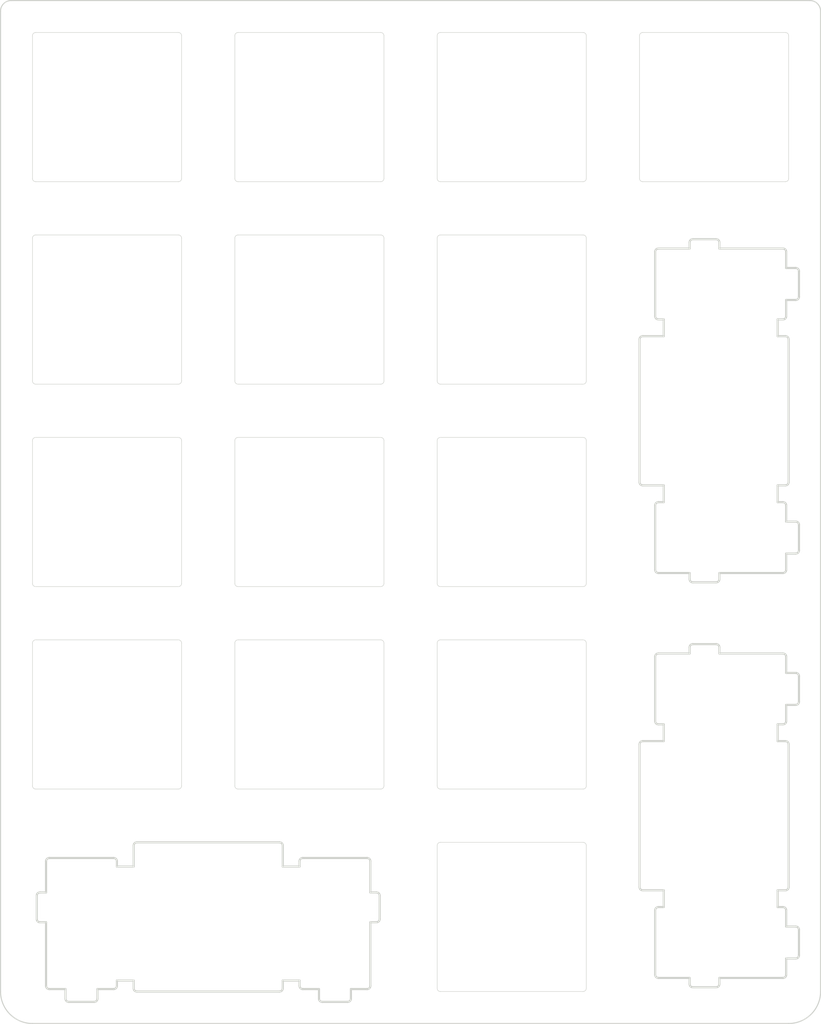
<source format=kicad_pcb>
(kicad_pcb (version 20221018) (generator pcbnew)
  (layers (0 "F.Cu" signal) (31 "B.Cu" signal) (34 "B.Paste" user) (35 "F.Paste" user) (36 "B.SilkS" user "B.Silkscreen") (37 "F.SilkS" user "F.Silkscreen") (38 "B.Mask" user) (39 "F.Mask" user) (44 "Edge.Cuts" user))
  (net 0 "")
  (footprint "Ultramarine-2:MX_TopPlate" (layer "F.Cu") (at 129 117)
    (fp_text reference "H13" hide)
    (fp_text value "Switch Hole" hide)
    (fp_line (start -7 6.7) (end -7 -6.7) (stroke (width 0.05)) (layer "Edge.Cuts"))
    (fp_line (start -6.7 -7) (end 6.7 -7) (stroke (width 0.05)) (layer "Edge.Cuts"))
    (fp_line (start 6.7 7) (end -6.7 7) (stroke (width 0.05)) (layer "Edge.Cuts"))
    (fp_line (start 7 -6.7) (end 7 6.7) (stroke (width 0.05)) (layer "Edge.Cuts"))
    (fp_arc (start -7 -6.7) (mid -6.912132 -6.912132) (end -6.7 -7) (stroke (width 0.05)) (layer "Edge.Cuts"))
    (fp_arc (start -6.7 7) (mid -6.912132 6.912132) (end -7 6.7) (stroke (width 0.05)) (layer "Edge.Cuts"))
    (fp_arc (start 6.7 -7) (mid 6.912132 -6.912132) (end 7 -6.7) (stroke (width 0.05)) (layer "Edge.Cuts"))
    (fp_arc (start 7 6.7) (mid 6.912132 6.912132) (end 6.7 7) (stroke (width 0.05)) (layer "Edge.Cuts"))
  )
  (footprint "Ultramarine-2:MX_TopPlate" (layer "F.Cu") (at 129 60)
    (fp_text reference "H2" hide)
    (fp_text value "Switch Hole" hide)
    (fp_line (start -7 6.7) (end -7 -6.7) (stroke (width 0.05)) (layer "Edge.Cuts"))
    (fp_line (start -6.7 -7) (end 6.7 -7) (stroke (width 0.05)) (layer "Edge.Cuts"))
    (fp_line (start 6.7 7) (end -6.7 7) (stroke (width 0.05)) (layer "Edge.Cuts"))
    (fp_line (start 7 -6.7) (end 7 6.7) (stroke (width 0.05)) (layer "Edge.Cuts"))
    (fp_arc (start -7 -6.7) (mid -6.912132 -6.912132) (end -6.7 -7) (stroke (width 0.05)) (layer "Edge.Cuts"))
    (fp_arc (start -6.7 7) (mid -6.912132 6.912132) (end -7 6.7) (stroke (width 0.05)) (layer "Edge.Cuts"))
    (fp_arc (start 6.7 -7) (mid 6.912132 -6.912132) (end 7 -6.7) (stroke (width 0.05)) (layer "Edge.Cuts"))
    (fp_arc (start 7 6.7) (mid 6.912132 6.912132) (end 6.7 7) (stroke (width 0.05)) (layer "Edge.Cuts"))
  )
  (footprint "Ultramarine-2:MX_TopPlate" (layer "F.Cu") (at 148 60)
    (fp_text reference "H3" hide)
    (fp_text value "Switch Hole" hide)
    (fp_line (start -7 6.7) (end -7 -6.7) (stroke (width 0.05)) (layer "Edge.Cuts"))
    (fp_line (start -6.7 -7) (end 6.7 -7) (stroke (width 0.05)) (layer "Edge.Cuts"))
    (fp_line (start 6.7 7) (end -6.7 7) (stroke (width 0.05)) (layer "Edge.Cuts"))
    (fp_line (start 7 -6.7) (end 7 6.7) (stroke (width 0.05)) (layer "Edge.Cuts"))
    (fp_arc (start -7 -6.7) (mid -6.912132 -6.912132) (end -6.7 -7) (stroke (width 0.05)) (layer "Edge.Cuts"))
    (fp_arc (start -6.7 7) (mid -6.912132 6.912132) (end -7 6.7) (stroke (width 0.05)) (layer "Edge.Cuts"))
    (fp_arc (start 6.7 -7) (mid 6.912132 -6.912132) (end 7 -6.7) (stroke (width 0.05)) (layer "Edge.Cuts"))
    (fp_arc (start 7 6.7) (mid 6.912132 6.912132) (end 6.7 7) (stroke (width 0.05)) (layer "Edge.Cuts"))
  )
  (footprint "Ultramarine-2:MX TopPlate_2u" (layer "F.Cu") (at 167 88.5 90)
    (fp_text reference "H8" hide)
    (fp_text value "Switch Hole" hide)
    (fp_line (start -16.1 0.2) (end -16.1 -2) (stroke (width 0.2)) (layer "Edge.Cuts"))
    (fp_line (start -15.8 -2.3) (end -15.225 -2.3) (stroke (width 0.2)) (layer "Edge.Cuts"))
    (fp_line (start -15.225 -2.3) (end -15.225 -5.23) (stroke (width 0.2)) (layer "Edge.Cuts"))
    (fp_line (start -15.225 0.5) (end -15.8 0.5) (stroke (width 0.2)) (layer "Edge.Cuts"))
    (fp_line (start -15.225 6.47) (end -15.225 0.5) (stroke (width 0.2)) (layer "Edge.Cuts"))
    (fp_line (start -14.925 -5.53) (end -8.875 -5.53) (stroke (width 0.2)) (layer "Edge.Cuts"))
    (fp_line (start -13.4 6.77) (end -14.925 6.77) (stroke (width 0.2)) (layer "Edge.Cuts"))
    (fp_line (start -13.4 7.67) (end -13.4 6.77) (stroke (width 0.2)) (layer "Edge.Cuts"))
    (fp_line (start -10.7 7.97) (end -13.1 7.97) (stroke (width 0.2)) (layer "Edge.Cuts"))
    (fp_line (start -10.4 6.77) (end -10.4 7.67) (stroke (width 0.2)) (layer "Edge.Cuts"))
    (fp_line (start -8.875 6.77) (end -10.4 6.77) (stroke (width 0.2)) (layer "Edge.Cuts"))
    (fp_line (start -8.575 -5.23) (end -8.575 -4.73) (stroke (width 0.2)) (layer "Edge.Cuts"))
    (fp_line (start -8.575 -4.73) (end -7 -4.73) (stroke (width 0.2)) (layer "Edge.Cuts"))
    (fp_line (start -8.575 5.97) (end -8.575 6.47) (stroke (width 0.2)) (layer "Edge.Cuts"))
    (fp_line (start -7 -4.73) (end -7 -6.7) (stroke (width 0.2)) (layer "Edge.Cuts"))
    (fp_line (start -7 5.97) (end -8.575 5.97) (stroke (width 0.2)) (layer "Edge.Cuts"))
    (fp_line (start -7 6.7) (end -7 5.97) (stroke (width 0.2)) (layer "Edge.Cuts"))
    (fp_line (start -6.7 -7) (end 6.7 -7) (stroke (width 0.2)) (layer "Edge.Cuts"))
    (fp_line (start 6.7 7) (end -6.7 7) (stroke (width 0.2)) (layer "Edge.Cuts"))
    (fp_line (start 7 -6.7) (end 7 -4.73) (stroke (width 0.2)) (layer "Edge.Cuts"))
    (fp_line (start 7 -4.73) (end 8.575 -4.73) (stroke (width 0.2)) (layer "Edge.Cuts"))
    (fp_line (start 7 5.97) (end 7 6.7) (stroke (width 0.2)) (layer "Edge.Cuts"))
    (fp_line (start 8.575 -4.73) (end 8.575 -5.23) (stroke (width 0.2)) (layer "Edge.Cuts"))
    (fp_line (start 8.575 5.97) (end 7 5.97) (stroke (width 0.2)) (layer "Edge.Cuts"))
    (fp_line (start 8.575 6.47) (end 8.575 5.97) (stroke (width 0.2)) (layer "Edge.Cuts"))
    (fp_line (start 8.875 -5.53) (end 14.925 -5.53) (stroke (width 0.2)) (layer "Edge.Cuts"))
    (fp_line (start 10.4 6.77) (end 8.875 6.77) (stroke (width 0.2)) (layer "Edge.Cuts"))
    (fp_line (start 10.4 7.67) (end 10.4 6.77) (stroke (width 0.2)) (layer "Edge.Cuts"))
    (fp_line (start 13.1 7.97) (end 10.7 7.97) (stroke (width 0.2)) (layer "Edge.Cuts"))
    (fp_line (start 13.4 6.77) (end 13.4 7.67) (stroke (width 0.2)) (layer "Edge.Cuts"))
    (fp_line (start 14.925 6.77) (end 13.4 6.77) (stroke (width 0.2)) (layer "Edge.Cuts"))
    (fp_line (start 15.225 -5.23) (end 15.225 -2.3) (stroke (width 0.2)) (layer "Edge.Cuts"))
    (fp_line (start 15.225 -2.3) (end 15.8 -2.3) (stroke (width 0.2)) (layer "Edge.Cuts"))
    (fp_line (start 15.225 0.5) (end 15.225 6.47) (stroke (width 0.2)) (layer "Edge.Cuts"))
    (fp_line (start 15.8 0.5) (end 15.225 0.5) (stroke (width 0.2)) (layer "Edge.Cuts"))
    (fp_line (start 16.1 -2) (end 16.1 0.2) (stroke (width 0.2)) (layer "Edge.Cuts"))
    (fp_arc (start -16.1 -2) (mid -16.012132 -2.212132) (end -15.8 -2.3) (stroke (width 0.2)) (layer "Edge.Cuts"))
    (fp_arc (start -15.8 0.5) (mid -16.012132 0.412132) (end -16.1 0.2) (stroke (width 0.2)) (layer "Edge.Cuts"))
    (fp_arc (start -15.225 -5.23) (mid -15.137132 -5.442132) (end -14.925 -5.53) (stroke (width 0.2)) (layer "Edge.Cuts"))
    (fp_arc (start -14.925 6.77) (mid -15.137132 6.682132) (end -15.225 6.47) (stroke (width 0.2)) (layer "Edge.Cuts"))
    (fp_arc (start -13.1 7.97) (mid -13.312132 7.882132) (end -13.4 7.67) (stroke (width 0.2)) (layer "Edge.Cuts"))
    (fp_arc (start -10.4 7.67) (mid -10.487868 7.882132) (end -10.7 7.97) (stroke (width 0.2)) (layer "Edge.Cuts"))
    (fp_arc (start -8.875 -5.53) (mid -8.662868 -5.442132) (end -8.575 -5.23) (stroke (width 0.2)) (layer "Edge.Cuts"))
    (fp_arc (start -8.575 6.47) (mid -8.662868 6.682132) (end -8.875 6.77) (stroke (width 0.2)) (layer "Edge.Cuts"))
    (fp_arc (start -7 -6.7) (mid -6.912132 -6.912132) (end -6.7 -7) (stroke (width 0.2)) (layer "Edge.Cuts"))
    (fp_arc (start -6.7 7) (mid -6.912132 6.912132) (end -7 6.7) (stroke (width 0.2)) (layer "Edge.Cuts"))
    (fp_arc (start 6.7 -7) (mid 6.912132 -6.912132) (end 7 -6.7) (stroke (width 0.2)) (layer "Edge.Cuts"))
    (fp_arc (start 7 6.7) (mid 6.912132 6.912132) (end 6.7 7) (stroke (width 0.2)) (layer "Edge.Cuts"))
    (fp_arc (start 8.575 -5.23) (mid 8.662868 -5.442132) (end 8.875 -5.53) (stroke (width 0.2)) (layer "Edge.Cuts"))
    (fp_arc (start 8.875 6.77) (mid 8.662868 6.682132) (end 8.575 6.47) (stroke (width 0.2)) (layer "Edge.Cuts"))
    (fp_arc (start 10.7 7.97) (mid 10.487868 7.882132) (end 10.4 7.67) (stroke (width 0.2)) (layer "Edge.Cuts"))
    (fp_arc (start 13.4 7.67) (mid 13.312132 7.882132) (end 13.1 7.97) (stroke (width 0.2)) (layer "Edge.Cuts"))
    (fp_arc (start 14.925 -5.53) (mid 15.137132 -5.442132) (end 15.225 -5.23) (stroke (width 0.2)) (layer "Edge.Cuts"))
    (fp_arc (start 15.225 6.47) (mid 15.137132 6.682132) (end 14.925 6.77) (stroke (width 0.2)) (layer "Edge.Cuts"))
    (fp_arc (start 15.8 -2.3) (mid 16.012132 -2.212132) (end 16.1 -2) (stroke (width 0.2)) (layer "Edge.Cuts"))
    (fp_arc (start 16.1 0.2) (mid 16.012132 0.412132) (end 15.8 0.5) (stroke (width 0.2)) (layer "Edge.Cuts"))
  )
  (footprint "Ultramarine-2:MX TopPlate_2u" (layer "F.Cu") (at 119.5 136)
    (fp_text reference "H16" hide)
    (fp_text value "Switch Hole" hide)
    (fp_line (start -16.1 0.2) (end -16.1 -2) (stroke (width 0.2)) (layer "Edge.Cuts"))
    (fp_line (start -15.8 -2.3) (end -15.225 -2.3) (stroke (width 0.2)) (layer "Edge.Cuts"))
    (fp_line (start -15.225 -2.3) (end -15.225 -5.23) (stroke (width 0.2)) (layer "Edge.Cuts"))
    (fp_line (start -15.225 0.5) (end -15.8 0.5) (stroke (width 0.2)) (layer "Edge.Cuts"))
    (fp_line (start -15.225 6.47) (end -15.225 0.5) (stroke (width 0.2)) (layer "Edge.Cuts"))
    (fp_line (start -14.925 -5.53) (end -8.875 -5.53) (stroke (width 0.2)) (layer "Edge.Cuts"))
    (fp_line (start -13.4 6.77) (end -14.925 6.77) (stroke (width 0.2)) (layer "Edge.Cuts"))
    (fp_line (start -13.4 7.67) (end -13.4 6.77) (stroke (width 0.2)) (layer "Edge.Cuts"))
    (fp_line (start -10.7 7.97) (end -13.1 7.97) (stroke (width 0.2)) (layer "Edge.Cuts"))
    (fp_line (start -10.4 6.77) (end -10.4 7.67) (stroke (width 0.2)) (layer "Edge.Cuts"))
    (fp_line (start -8.875 6.77) (end -10.4 6.77) (stroke (width 0.2)) (layer "Edge.Cuts"))
    (fp_line (start -8.575 -5.23) (end -8.575 -4.73) (stroke (width 0.2)) (layer "Edge.Cuts"))
    (fp_line (start -8.575 -4.73) (end -7 -4.73) (stroke (width 0.2)) (layer "Edge.Cuts"))
    (fp_line (start -8.575 5.97) (end -8.575 6.47) (stroke (width 0.2)) (layer "Edge.Cuts"))
    (fp_line (start -7 -4.73) (end -7 -6.7) (stroke (width 0.2)) (layer "Edge.Cuts"))
    (fp_line (start -7 5.97) (end -8.575 5.97) (stroke (width 0.2)) (layer "Edge.Cuts"))
    (fp_line (start -7 6.7) (end -7 5.97) (stroke (width 0.2)) (layer "Edge.Cuts"))
    (fp_line (start -6.7 -7) (end 6.7 -7) (stroke (width 0.2)) (layer "Edge.Cuts"))
    (fp_line (start 6.7 7) (end -6.7 7) (stroke (width 0.2)) (layer "Edge.Cuts"))
    (fp_line (start 7 -6.7) (end 7 -4.73) (stroke (width 0.2)) (layer "Edge.Cuts"))
    (fp_line (start 7 -4.73) (end 8.575 -4.73) (stroke (width 0.2)) (layer "Edge.Cuts"))
    (fp_line (start 7 5.97) (end 7 6.7) (stroke (width 0.2)) (layer "Edge.Cuts"))
    (fp_line (start 8.575 -4.73) (end 8.575 -5.23) (stroke (width 0.2)) (layer "Edge.Cuts"))
    (fp_line (start 8.575 5.97) (end 7 5.97) (stroke (width 0.2)) (layer "Edge.Cuts"))
    (fp_line (start 8.575 6.47) (end 8.575 5.97) (stroke (width 0.2)) (layer "Edge.Cuts"))
    (fp_line (start 8.875 -5.53) (end 14.925 -5.53) (stroke (width 0.2)) (layer "Edge.Cuts"))
    (fp_line (start 10.4 6.77) (end 8.875 6.77) (stroke (width 0.2)) (layer "Edge.Cuts"))
    (fp_line (start 10.4 7.67) (end 10.4 6.77) (stroke (width 0.2)) (layer "Edge.Cuts"))
    (fp_line (start 13.1 7.97) (end 10.7 7.97) (stroke (width 0.2)) (layer "Edge.Cuts"))
    (fp_line (start 13.4 6.77) (end 13.4 7.67) (stroke (width 0.2)) (layer "Edge.Cuts"))
    (fp_line (start 14.925 6.77) (end 13.4 6.77) (stroke (width 0.2)) (layer "Edge.Cuts"))
    (fp_line (start 15.225 -5.23) (end 15.225 -2.3) (stroke (width 0.2)) (layer "Edge.Cuts"))
    (fp_line (start 15.225 -2.3) (end 15.8 -2.3) (stroke (width 0.2)) (layer "Edge.Cuts"))
    (fp_line (start 15.225 0.5) (end 15.225 6.47) (stroke (width 0.2)) (layer "Edge.Cuts"))
    (fp_line (start 15.8 0.5) (end 15.225 0.5) (stroke (width 0.2)) (layer "Edge.Cuts"))
    (fp_line (start 16.1 -2) (end 16.1 0.2) (stroke (width 0.2)) (layer "Edge.Cuts"))
    (fp_arc (start -16.1 -2) (mid -16.012132 -2.212132) (end -15.8 -2.3) (stroke (width 0.2)) (layer "Edge.Cuts"))
    (fp_arc (start -15.8 0.5) (mid -16.012132 0.412132) (end -16.1 0.2) (stroke (width 0.2)) (layer "Edge.Cuts"))
    (fp_arc (start -15.225 -5.23) (mid -15.137132 -5.442132) (end -14.925 -5.53) (stroke (width 0.2)) (layer "Edge.Cuts"))
    (fp_arc (start -14.925 6.77) (mid -15.137132 6.682132) (end -15.225 6.47) (stroke (width 0.2)) (layer "Edge.Cuts"))
    (fp_arc (start -13.1 7.97) (mid -13.312132 7.882132) (end -13.4 7.67) (stroke (width 0.2)) (layer "Edge.Cuts"))
    (fp_arc (start -10.4 7.67) (mid -10.487868 7.882132) (end -10.7 7.97) (stroke (width 0.2)) (layer "Edge.Cuts"))
    (fp_arc (start -8.875 -5.53) (mid -8.662868 -5.442132) (end -8.575 -5.23) (stroke (width 0.2)) (layer "Edge.Cuts"))
    (fp_arc (start -8.575 6.47) (mid -8.662868 6.682132) (end -8.875 6.77) (stroke (width 0.2)) (layer "Edge.Cuts"))
    (fp_arc (start -7 -6.7) (mid -6.912132 -6.912132) (end -6.7 -7) (stroke (width 0.2)) (layer "Edge.Cuts"))
    (fp_arc (start -6.7 7) (mid -6.912132 6.912132) (end -7 6.7) (stroke (width 0.2)) (layer "Edge.Cuts"))
    (fp_arc (start 6.7 -7) (mid 6.912132 -6.912132) (end 7 -6.7) (stroke (width 0.2)) (layer "Edge.Cuts"))
    (fp_arc (start 7 6.7) (mid 6.912132 6.912132) (end 6.7 7) (stroke (width 0.2)) (layer "Edge.Cuts"))
    (fp_arc (start 8.575 -5.23) (mid 8.662868 -5.442132) (end 8.875 -5.53) (stroke (width 0.2)) (layer "Edge.Cuts"))
    (fp_arc (start 8.875 6.77) (mid 8.662868 6.682132) (end 8.575 6.47) (stroke (width 0.2)) (layer "Edge.Cuts"))
    (fp_arc (start 10.7 7.97) (mid 10.487868 7.882132) (end 10.4 7.67) (stroke (width 0.2)) (layer "Edge.Cuts"))
    (fp_arc (start 13.4 7.67) (mid 13.312132 7.882132) (end 13.1 7.97) (stroke (width 0.2)) (layer "Edge.Cuts"))
    (fp_arc (start 14.925 -5.53) (mid 15.137132 -5.442132) (end 15.225 -5.23) (stroke (width 0.2)) (layer "Edge.Cuts"))
    (fp_arc (start 15.225 6.47) (mid 15.137132 6.682132) (end 14.925 6.77) (stroke (width 0.2)) (layer "Edge.Cuts"))
    (fp_arc (start 15.8 -2.3) (mid 16.012132 -2.212132) (end 16.1 -2) (stroke (width 0.2)) (layer "Edge.Cuts"))
    (fp_arc (start 16.1 0.2) (mid 16.012132 0.412132) (end 15.8 0.5) (stroke (width 0.2)) (layer "Edge.Cuts"))
  )
  (footprint "Ultramarine-2:MX_TopPlate" (layer "F.Cu") (at 148 136)
    (fp_text reference "H17" hide)
    (fp_text value "Switch Hole" hide)
    (fp_line (start -7 6.7) (end -7 -6.7) (stroke (width 0.05)) (layer "Edge.Cuts"))
    (fp_line (start -6.7 -7) (end 6.7 -7) (stroke (width 0.05)) (layer "Edge.Cuts"))
    (fp_line (start 6.7 7) (end -6.7 7) (stroke (width 0.05)) (layer "Edge.Cuts"))
    (fp_line (start 7 -6.7) (end 7 6.7) (stroke (width 0.05)) (layer "Edge.Cuts"))
    (fp_arc (start -7 -6.7) (mid -6.912132 -6.912132) (end -6.7 -7) (stroke (width 0.05)) (layer "Edge.Cuts"))
    (fp_arc (start -6.7 7) (mid -6.912132 6.912132) (end -7 6.7) (stroke (width 0.05)) (layer "Edge.Cuts"))
    (fp_arc (start 6.7 -7) (mid 6.912132 -6.912132) (end 7 -6.7) (stroke (width 0.05)) (layer "Edge.Cuts"))
    (fp_arc (start 7 6.7) (mid 6.912132 6.912132) (end 6.7 7) (stroke (width 0.05)) (layer "Edge.Cuts"))
  )
  (footprint "MountingHole:MountingHole_2.2mm_M2" (layer "F.Cu") (at 119.5 107.5)
    (fp_text reference "H20" hide)
    (fp_text value "MountingHole" hide)
    (pad "" np_thru_hole circle (at 0 0) (size 2.2 2.2) (drill 2.2) (layers "*.Cu" "*.Mask"))
  )
  (footprint "MountingHole:MountingHole_2.2mm_M2" (layer "F.Cu") (at 119.5 69.5)
    (fp_text reference "H18" hide)
    (fp_text value "MountingHole" hide)
    (pad "" np_thru_hole circle (at 0 0) (size 2.2 2.2) (drill 2.2) (layers "*.Cu" "*.Mask"))
  )
  (footprint "Ultramarine-2:MX_TopPlate" (layer "F.Cu") (at 110 60)
    (fp_text reference "H1" hide)
    (fp_text value "Switch Hole" hide)
    (fp_line (start -7 6.7) (end -7 -6.7) (stroke (width 0.05)) (layer "Edge.Cuts"))
    (fp_line (start -6.7 -7) (end 6.7 -7) (stroke (width 0.05)) (layer "Edge.Cuts"))
    (fp_line (start 6.7 7) (end -6.7 7) (stroke (width 0.05)) (layer "Edge.Cuts"))
    (fp_line (start 7 -6.7) (end 7 6.7) (stroke (width 0.05)) (layer "Edge.Cuts"))
    (fp_arc (start -7 -6.7) (mid -6.912132 -6.912132) (end -6.7 -7) (stroke (width 0.05)) (layer "Edge.Cuts"))
    (fp_arc (start -6.7 7) (mid -6.912132 6.912132) (end -7 6.7) (stroke (width 0.05)) (layer "Edge.Cuts"))
    (fp_arc (start 6.7 -7) (mid 6.912132 -6.912132) (end 7 -6.7) (stroke (width 0.05)) (layer "Edge.Cuts"))
    (fp_arc (start 7 6.7) (mid 6.912132 6.912132) (end 6.7 7) (stroke (width 0.05)) (layer "Edge.Cuts"))
  )
  (footprint "Ultramarine-2:MX_TopPlate" (layer "F.Cu") (at 110 79)
    (fp_text reference "H5" hide)
    (fp_text value "Switch Hole" hide)
    (fp_line (start -7 6.7) (end -7 -6.7) (stroke (width 0.05)) (layer "Edge.Cuts"))
    (fp_line (start -6.7 -7) (end 6.7 -7) (stroke (width 0.05)) (layer "Edge.Cuts"))
    (fp_line (start 6.7 7) (end -6.7 7) (stroke (width 0.05)) (layer "Edge.Cuts"))
    (fp_line (start 7 -6.7) (end 7 6.7) (stroke (width 0.05)) (layer "Edge.Cuts"))
    (fp_arc (start -7 -6.7) (mid -6.912132 -6.912132) (end -6.7 -7) (stroke (width 0.05)) (layer "Edge.Cuts"))
    (fp_arc (start -6.7 7) (mid -6.912132 6.912132) (end -7 6.7) (stroke (width 0.05)) (layer "Edge.Cuts"))
    (fp_arc (start 6.7 -7) (mid 6.912132 -6.912132) (end 7 -6.7) (stroke (width 0.05)) (layer "Edge.Cuts"))
    (fp_arc (start 7 6.7) (mid 6.912132 6.912132) (end 6.7 7) (stroke (width 0.05)) (layer "Edge.Cuts"))
  )
  (footprint "Ultramarine-2:MX_TopPlate" (layer "F.Cu") (at 110 117)
    (fp_text reference "H12" hide)
    (fp_text value "Switch Hole" hide)
    (fp_line (start -7 6.7) (end -7 -6.7) (stroke (width 0.05)) (layer "Edge.Cuts"))
    (fp_line (start -6.7 -7) (end 6.7 -7) (stroke (width 0.05)) (layer "Edge.Cuts"))
    (fp_line (start 6.7 7) (end -6.7 7) (stroke (width 0.05)) (layer "Edge.Cuts"))
    (fp_line (start 7 -6.7) (end 7 6.7) (stroke (width 0.05)) (layer "Edge.Cuts"))
    (fp_arc (start -7 -6.7) (mid -6.912132 -6.912132) (end -6.7 -7) (stroke (width 0.05)) (layer "Edge.Cuts"))
    (fp_arc (start -6.7 7) (mid -6.912132 6.912132) (end -7 6.7) (stroke (width 0.05)) (layer "Edge.Cuts"))
    (fp_arc (start 6.7 -7) (mid 6.912132 -6.912132) (end 7 -6.7) (stroke (width 0.05)) (layer "Edge.Cuts"))
    (fp_arc (start 7 6.7) (mid 6.912132 6.912132) (end 6.7 7) (stroke (width 0.05)) (layer "Edge.Cuts"))
  )
  (footprint "Ultramarine-2:MX_TopPlate" (layer "F.Cu") (at 148 79)
    (fp_text reference "H7" hide)
    (fp_text value "Switch Hole" hide)
    (fp_line (start -7 6.7) (end -7 -6.7) (stroke (width 0.05)) (layer "Edge.Cuts"))
    (fp_line (start -6.7 -7) (end 6.7 -7) (stroke (width 0.05)) (layer "Edge.Cuts"))
    (fp_line (start 6.7 7) (end -6.7 7) (stroke (width 0.05)) (layer "Edge.Cuts"))
    (fp_line (start 7 -6.7) (end 7 6.7) (stroke (width 0.05)) (layer "Edge.Cuts"))
    (fp_arc (start -7 -6.7) (mid -6.912132 -6.912132) (end -6.7 -7) (stroke (width 0.05)) (layer "Edge.Cuts"))
    (fp_arc (start -6.7 7) (mid -6.912132 6.912132) (end -7 6.7) (stroke (width 0.05)) (layer "Edge.Cuts"))
    (fp_arc (start 6.7 -7) (mid 6.912132 -6.912132) (end 7 -6.7) (stroke (width 0.05)) (layer "Edge.Cuts"))
    (fp_arc (start 7 6.7) (mid 6.912132 6.912132) (end 6.7 7) (stroke (width 0.05)) (layer "Edge.Cuts"))
  )
  (footprint "Ultramarine-2:MX TopPlate_2u" (layer "F.Cu") (at 167 126.5 90)
    (fp_text reference "H15" hide)
    (fp_text value "Switch Hole" hide)
    (fp_line (start -16.1 0.2) (end -16.1 -2) (stroke (width 0.2)) (layer "Edge.Cuts"))
    (fp_line (start -15.8 -2.3) (end -15.225 -2.3) (stroke (width 0.2)) (layer "Edge.Cuts"))
    (fp_line (start -15.225 -2.3) (end -15.225 -5.23) (stroke (width 0.2)) (layer "Edge.Cuts"))
    (fp_line (start -15.225 0.5) (end -15.8 0.5) (stroke (width 0.2)) (layer "Edge.Cuts"))
    (fp_line (start -15.225 6.47) (end -15.225 0.5) (stroke (width 0.2)) (layer "Edge.Cuts"))
    (fp_line (start -14.925 -5.53) (end -8.875 -5.53) (stroke (width 0.2)) (layer "Edge.Cuts"))
    (fp_line (start -13.4 6.77) (end -14.925 6.77) (stroke (width 0.2)) (layer "Edge.Cuts"))
    (fp_line (start -13.4 7.67) (end -13.4 6.77) (stroke (width 0.2)) (layer "Edge.Cuts"))
    (fp_line (start -10.7 7.97) (end -13.1 7.97) (stroke (width 0.2)) (layer "Edge.Cuts"))
    (fp_line (start -10.4 6.77) (end -10.4 7.67) (stroke (width 0.2)) (layer "Edge.Cuts"))
    (fp_line (start -8.875 6.77) (end -10.4 6.77) (stroke (width 0.2)) (layer "Edge.Cuts"))
    (fp_line (start -8.575 -5.23) (end -8.575 -4.73) (stroke (width 0.2)) (layer "Edge.Cuts"))
    (fp_line (start -8.575 -4.73) (end -7 -4.73) (stroke (width 0.2)) (layer "Edge.Cuts"))
    (fp_line (start -8.575 5.97) (end -8.575 6.47) (stroke (width 0.2)) (layer "Edge.Cuts"))
    (fp_line (start -7 -4.73) (end -7 -6.7) (stroke (width 0.2)) (layer "Edge.Cuts"))
    (fp_line (start -7 5.97) (end -8.575 5.97) (stroke (width 0.2)) (layer "Edge.Cuts"))
    (fp_line (start -7 6.7) (end -7 5.97) (stroke (width 0.2)) (layer "Edge.Cuts"))
    (fp_line (start -6.7 -7) (end 6.7 -7) (stroke (width 0.2)) (layer "Edge.Cuts"))
    (fp_line (start 6.7 7) (end -6.7 7) (stroke (width 0.2)) (layer "Edge.Cuts"))
    (fp_line (start 7 -6.7) (end 7 -4.73) (stroke (width 0.2)) (layer "Edge.Cuts"))
    (fp_line (start 7 -4.73) (end 8.575 -4.73) (stroke (width 0.2)) (layer "Edge.Cuts"))
    (fp_line (start 7 5.97) (end 7 6.7) (stroke (width 0.2)) (layer "Edge.Cuts"))
    (fp_line (start 8.575 -4.73) (end 8.575 -5.23) (stroke (width 0.2)) (layer "Edge.Cuts"))
    (fp_line (start 8.575 5.97) (end 7 5.97) (stroke (width 0.2)) (layer "Edge.Cuts"))
    (fp_line (start 8.575 6.47) (end 8.575 5.97) (stroke (width 0.2)) (layer "Edge.Cuts"))
    (fp_line (start 8.875 -5.53) (end 14.925 -5.53) (stroke (width 0.2)) (layer "Edge.Cuts"))
    (fp_line (start 10.4 6.77) (end 8.875 6.77) (stroke (width 0.2)) (layer "Edge.Cuts"))
    (fp_line (start 10.4 7.67) (end 10.4 6.77) (stroke (width 0.2)) (layer "Edge.Cuts"))
    (fp_line (start 13.1 7.97) (end 10.7 7.97) (stroke (width 0.2)) (layer "Edge.Cuts"))
    (fp_line (start 13.4 6.77) (end 13.4 7.67) (stroke (width 0.2)) (layer "Edge.Cuts"))
    (fp_line (start 14.925 6.77) (end 13.4 6.77) (stroke (width 0.2)) (layer "Edge.Cuts"))
    (fp_line (start 15.225 -5.23) (end 15.225 -2.3) (stroke (width 0.2)) (layer "Edge.Cuts"))
    (fp_line (start 15.225 -2.3) (end 15.8 -2.3) (stroke (width 0.2)) (layer "Edge.Cuts"))
    (fp_line (start 15.225 0.5) (end 15.225 6.47) (stroke (width 0.2)) (layer "Edge.Cuts"))
    (fp_line (start 15.8 0.5) (end 15.225 0.5) (stroke (width 0.2)) (layer "Edge.Cuts"))
    (fp_line (start 16.1 -2) (end 16.1 0.2) (stroke (width 0.2)) (layer "Edge.Cuts"))
    (fp_arc (start -16.1 -2) (mid -16.012132 -2.212132) (end -15.8 -2.3) (stroke (width 0.2)) (layer "Edge.Cuts"))
    (fp_arc (start -15.8 0.5) (mid -16.012132 0.412132) (end -16.1 0.2) (stroke (width 0.2)) (layer "Edge.Cuts"))
    (fp_arc (start -15.225 -5.23) (mid -15.137132 -5.442132) (end -14.925 -5.53) (stroke (width 0.2)) (layer "Edge.Cuts"))
    (fp_arc (start -14.925 6.77) (mid -15.137132 6.682132) (end -15.225 6.47) (stroke (width 0.2)) (layer "Edge.Cuts"))
    (fp_arc (start -13.1 7.97) (mid -13.312132 7.882132) (end -13.4 7.67) (stroke (width 0.2)) (layer "Edge.Cuts"))
    (fp_arc (start -10.4 7.67) (mid -10.487868 7.882132) (end -10.7 7.97) (stroke (width 0.2)) (layer "Edge.Cuts"))
    (fp_arc (start -8.875 -5.53) (mid -8.662868 -5.442132) (end -8.575 -5.23) (stroke (width 0.2)) (layer "Edge.Cuts"))
    (fp_arc (start -8.575 6.47) (mid -8.662868 6.682132) (end -8.875 6.77) (stroke (width 0.2)) (layer "Edge.Cuts"))
    (fp_arc (start -7 -6.7) (mid -6.912132 -6.912132) (end -6.7 -7) (stroke (width 0.2)) (layer "Edge.Cuts"))
    (fp_arc (start -6.7 7) (mid -6.912132 6.912132) (end -7 6.7) (stroke (width 0.2)) (layer "Edge.Cuts"))
    (fp_arc (start 6.7 -7) (mid 6.912132 -6.912132) (end 7 -6.7) (stroke (width 0.2)) (layer "Edge.Cuts"))
    (fp_arc (start 7 6.7) (mid 6.912132 6.912132) (end 6.7 7) (stroke (width 0.2)) (layer "Edge.Cuts"))
    (fp_arc (start 8.575 -5.23) (mid 8.662868 -5.442132) (end 8.875 -5.53) (stroke (width 0.2)) (layer "Edge.Cuts"))
    (fp_arc (start 8.875 6.77) (mid 8.662868 6.682132) (end 8.575 6.47) (stroke (width 0.2)) (layer "Edge.Cuts"))
    (fp_arc (start 10.7 7.97) (mid 10.487868 7.882132) (end 10.4 7.67) (stroke (width 0.2)) (layer "Edge.Cuts"))
    (fp_arc (start 13.4 7.67) (mid 13.312132 7.882132) (end 13.1 7.97) (stroke (width 0.2)) (layer "Edge.Cuts"))
    (fp_arc (start 14.925 -5.53) (mid 15.137132 -5.442132) (end 15.225 -5.23) (stroke (width 0.2)) (layer "Edge.Cuts"))
    (fp_arc (start 15.225 6.47) (mid 15.137132 6.682132) (end 14.925 6.77) (stroke (width 0.2)) (layer "Edge.Cuts"))
    (fp_arc (start 15.8 -2.3) (mid 16.012132 -2.212132) (end 16.1 -2) (stroke (width 0.2)) (layer "Edge.Cuts"))
    (fp_arc (start 16.1 0.2) (mid 16.012132 0.412132) (end 15.8 0.5) (stroke (width 0.2)) (layer "Edge.Cuts"))
  )
  (footprint "Ultramarine-2:MX_TopPlate" (layer "F.Cu") (at 148 117)
    (fp_text reference "H14" hide)
    (fp_text value "Switch Hole" hide)
    (fp_line (start -7 6.7) (end -7 -6.7) (stroke (width 0.05)) (layer "Edge.Cuts"))
    (fp_line (start -6.7 -7) (end 6.7 -7) (stroke (width 0.05)) (layer "Edge.Cuts"))
    (fp_line (start 6.7 7) (end -6.7 7) (stroke (width 0.05)) (layer "Edge.Cuts"))
    (fp_line (start 7 -6.7) (end 7 6.7) (stroke (width 0.05)) (layer "Edge.Cuts"))
    (fp_arc (start -7 -6.7) (mid -6.912132 -6.912132) (end -6.7 -7) (stroke (width 0.05)) (layer "Edge.Cuts"))
    (fp_arc (start -6.7 7) (mid -6.912132 6.912132) (end -7 6.7) (stroke (width 0.05)) (layer "Edge.Cuts"))
    (fp_arc (start 6.7 -7) (mid 6.912132 -6.912132) (end 7 -6.7) (stroke (width 0.05)) (layer "Edge.Cuts"))
    (fp_arc (start 7 6.7) (mid 6.912132 6.912132) (end 6.7 7) (stroke (width 0.05)) (layer "Edge.Cuts"))
  )
  (footprint "Ultramarine-2:MX_TopPlate" (layer "F.Cu") (at 110 98)
    (fp_text reference "H9" hide)
    (fp_text value "Switch Hole" hide)
    (fp_line (start -7 6.7) (end -7 -6.7) (stroke (width 0.05)) (layer "Edge.Cuts"))
    (fp_line (start -6.7 -7) (end 6.7 -7) (stroke (width 0.05)) (layer "Edge.Cuts"))
    (fp_line (start 6.7 7) (end -6.7 7) (stroke (width 0.05)) (layer "Edge.Cuts"))
    (fp_line (start 7 -6.7) (end 7 6.7) (stroke (width 0.05)) (layer "Edge.Cuts"))
    (fp_arc (start -7 -6.7) (mid -6.912132 -6.912132) (end -6.7 -7) (stroke (width 0.05)) (layer "Edge.Cuts"))
    (fp_arc (start -6.7 7) (mid -6.912132 6.912132) (end -7 6.7) (stroke (width 0.05)) (layer "Edge.Cuts"))
    (fp_arc (start 6.7 -7) (mid 6.912132 -6.912132) (end 7 -6.7) (stroke (width 0.05)) (layer "Edge.Cuts"))
    (fp_arc (start 7 6.7) (mid 6.912132 6.912132) (end 6.7 7) (stroke (width 0.05)) (layer "Edge.Cuts"))
  )
  (footprint "Ultramarine-2:MX_TopPlate" (layer "F.Cu") (at 167 60)
    (fp_text reference "H4" hide)
    (fp_text value "Switch Hole" hide)
    (fp_line (start -7 6.7) (end -7 -6.7) (stroke (width 0.05)) (layer "Edge.Cuts"))
    (fp_line (start -6.7 -7) (end 6.7 -7) (stroke (width 0.05)) (layer "Edge.Cuts"))
    (fp_line (start 6.7 7) (end -6.7 7) (stroke (width 0.05)) (layer "Edge.Cuts"))
    (fp_line (start 7 -6.7) (end 7 6.7) (stroke (width 0.05)) (layer "Edge.Cuts"))
    (fp_arc (start -7 -6.7) (mid -6.912132 -6.912132) (end -6.7 -7) (stroke (width 0.05)) (layer "Edge.Cuts"))
    (fp_arc (start -6.7 7) (mid -6.912132 6.912132) (end -7 6.7) (stroke (width 0.05)) (layer "Edge.Cuts"))
    (fp_arc (start 6.7 -7) (mid 6.912132 -6.912132) (end 7 -6.7) (stroke (width 0.05)) (layer "Edge.Cuts"))
    (fp_arc (start 7 6.7) (mid 6.912132 6.912132) (end 6.7 7) (stroke (width 0.05)) (layer "Edge.Cuts"))
  )
  (footprint "MountingHole:MountingHole_2.2mm_M2" (layer "F.Cu") (at 157.5 69.5)
    (fp_text reference "H19" hide)
    (fp_text value "MountingHole" hide)
    (pad "" np_thru_hole circle (at 0 0) (size 2.2 2.2) (drill 2.2) (layers "*.Cu" "*.Mask"))
  )
  (footprint "Ultramarine-2:MX_TopPlate" (layer "F.Cu") (at 129 79)
    (fp_text reference "H6" hide)
    (fp_text value "Switch Hole" hide)
    (fp_line (start -7 6.7) (end -7 -6.7) (stroke (width 0.05)) (layer "Edge.Cuts"))
    (fp_line (start -6.7 -7) (end 6.7 -7) (stroke (width 0.05)) (layer "Edge.Cuts"))
    (fp_line (start 6.7 7) (end -6.7 7) (stroke (width 0.05)) (layer "Edge.Cuts"))
    (fp_line (start 7 -6.7) (end 7 6.7) (stroke (width 0.05)) (layer "Edge.Cuts"))
    (fp_arc (start -7 -6.7) (mid -6.912132 -6.912132) (end -6.7 -7) (stroke (width 0.05)) (layer "Edge.Cuts"))
    (fp_arc (start -6.7 7) (mid -6.912132 6.912132) (end -7 6.7) (stroke (width 0.05)) (layer "Edge.Cuts"))
    (fp_arc (start 6.7 -7) (mid 6.912132 -6.912132) (end 7 -6.7) (stroke (width 0.05)) (layer "Edge.Cuts"))
    (fp_arc (start 7 6.7) (mid 6.912132 6.912132) (end 6.7 7) (stroke (width 0.05)) (layer "Edge.Cuts"))
  )
  (footprint "Ultramarine-2:MX_TopPlate" (layer "F.Cu") (at 129 98)
    (fp_text reference "H10" hide)
    (fp_text value "Switch Hole" hide)
    (fp_line (start -7 6.7) (end -7 -6.7) (stroke (width 0.05)) (layer "Edge.Cuts"))
    (fp_line (start -6.7 -7) (end 6.7 -7) (stroke (width 0.05)) (layer "Edge.Cuts"))
    (fp_line (start 6.7 7) (end -6.7 7) (stroke (width 0.05)) (layer "Edge.Cuts"))
    (fp_line (start 7 -6.7) (end 7 6.7) (stroke (width 0.05)) (layer "Edge.Cuts"))
    (fp_arc (start -7 -6.7) (mid -6.912132 -6.912132) (end -6.7 -7) (stroke (width 0.05)) (layer "Edge.Cuts"))
    (fp_arc (start -6.7 7) (mid -6.912132 6.912132) (end -7 6.7) (stroke (width 0.05)) (layer "Edge.Cuts"))
    (fp_arc (start 6.7 -7) (mid 6.912132 -6.912132) (end 7 -6.7) (stroke (width 0.05)) (layer "Edge.Cuts"))
    (fp_arc (start 7 6.7) (mid 6.912132 6.912132) (end 6.7 7) (stroke (width 0.05)) (layer "Edge.Cuts"))
  )
  (footprint "MountingHole:MountingHole_2.2mm_M2" (layer "F.Cu") (at 157.5 107.5)
    (fp_text reference "H21" hide)
    (fp_text value "MountingHole" hide)
    (pad "" np_thru_hole circle (at 0 0) (size 2.2 2.2) (drill 2.2) (layers "*.Cu" "*.Mask"))
  )
  (footprint "Ultramarine-2:MX_TopPlate" (layer "F.Cu") (at 148 98)
    (fp_text reference "H11" hide)
    (fp_text value "Switch Hole" hide)
    (fp_line (start -7 6.7) (end -7 -6.7) (stroke (width 0.05)) (layer "Edge.Cuts"))
    (fp_line (start -6.7 -7) (end 6.7 -7) (stroke (width 0.05)) (layer "Edge.Cuts"))
    (fp_line (start 6.7 7) (end -6.7 7) (stroke (width 0.05)) (layer "Edge.Cuts"))
    (fp_line (start 7 -6.7) (end 7 6.7) (stroke (width 0.05)) (layer "Edge.Cuts"))
    (fp_arc (start -7 -6.7) (mid -6.912132 -6.912132) (end -6.7 -7) (stroke (width 0.05)) (layer "Edge.Cuts"))
    (fp_arc (start -6.7 7) (mid -6.912132 6.912132) (end -7 6.7) (stroke (width 0.05)) (layer "Edge.Cuts"))
    (fp_arc (start 6.7 -7) (mid 6.912132 -6.912132) (end 7 -6.7) (stroke (width 0.05)) (layer "Edge.Cuts"))
    (fp_arc (start 7 6.7) (mid 6.912132 6.912132) (end 6.7 7) (stroke (width 0.05)) (layer "Edge.Cuts"))
  )
  (gr_line (start 103 146) (end 174 146) (stroke (width 0.1)) (layer "Edge.Cuts"))
  (gr_arc (start 177 143) (mid 176.12132 145.12132) (end 174 146) (stroke (width 0.1)) (layer "Edge.Cuts"))
  (gr_line (start 100 51) (end 100 143) (stroke (width 0.1)) (layer "Edge.Cuts"))
  (gr_line (start 177 143) (end 177 51) (stroke (width 0.1)) (layer "Edge.Cuts"))
  (gr_arc (start 176 50) (mid 176.707107 50.292893) (end 177 51) (stroke (width 0.1)) (layer "Edge.Cuts"))
  (gr_arc (start 103 146) (mid 100.87868 145.12132) (end 100 143) (stroke (width 0.1)) (layer "Edge.Cuts"))
  (gr_arc (start 100 51) (mid 100.292893 50.292893) (end 101 50) (stroke (width 0.1)) (layer "Edge.Cuts"))
  (gr_line (start 176 50) (end 101 50) (stroke (width 0.1)) (layer "Edge.Cuts"))
)
</source>
